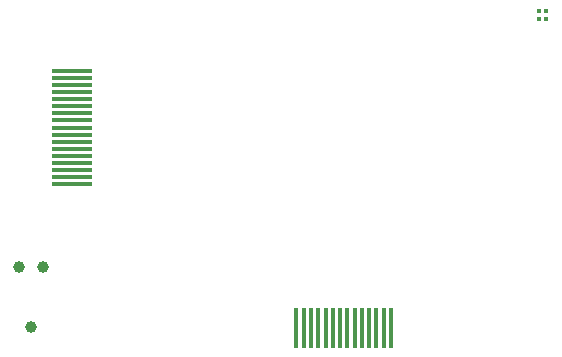
<source format=gbs>
G04 #@! TF.GenerationSoftware,KiCad,Pcbnew,7.0.5*
G04 #@! TF.CreationDate,2023-09-01T13:21:59+02:00*
G04 #@! TF.ProjectId,R1S_NRF,5231535f-4e52-4462-9e6b-696361645f70,v02*
G04 #@! TF.SameCoordinates,Original*
G04 #@! TF.FileFunction,Soldermask,Bot*
G04 #@! TF.FilePolarity,Negative*
%FSLAX46Y46*%
G04 Gerber Fmt 4.6, Leading zero omitted, Abs format (unit mm)*
G04 Created by KiCad (PCBNEW 7.0.5) date 2023-09-01 13:21:59*
%MOMM*%
%LPD*%
G01*
G04 APERTURE LIST*
%ADD10R,3.500000X0.300000*%
%ADD11R,0.400000X0.400000*%
%ADD12C,0.990600*%
%ADD13R,0.320000X3.500000*%
G04 APERTURE END LIST*
D10*
G04 #@! TO.C,J5*
X180086000Y-86470000D03*
X180086000Y-85870000D03*
X180086000Y-85270000D03*
X180086000Y-84670000D03*
X180086000Y-84070000D03*
X180086000Y-83470000D03*
X180086000Y-82870000D03*
X180086000Y-82270000D03*
X180086000Y-81670000D03*
X180086000Y-81070000D03*
X180086000Y-80470000D03*
X180086000Y-79870000D03*
X180086000Y-79270000D03*
X180086000Y-78670000D03*
X180086000Y-78070000D03*
X180086000Y-77470000D03*
X180086000Y-76870000D03*
G04 #@! TD*
D11*
G04 #@! TO.C,D1*
X220264000Y-72436000D03*
X220264000Y-71786000D03*
X219614000Y-71786000D03*
X219614000Y-72436000D03*
G04 #@! TD*
D12*
G04 #@! TO.C,J1*
X177673000Y-93472000D03*
X175641000Y-93472000D03*
X176657000Y-98552000D03*
G04 #@! TD*
D13*
G04 #@! TO.C,J4*
X199115144Y-98624400D03*
X199730528Y-98624400D03*
X200345912Y-98624400D03*
X200961296Y-98624400D03*
X201576680Y-98624400D03*
X202192064Y-98624400D03*
X202807448Y-98624400D03*
X203422832Y-98624400D03*
X204038216Y-98624400D03*
X204653600Y-98624400D03*
X205268984Y-98624400D03*
X205884368Y-98624400D03*
X206499752Y-98624400D03*
X207115144Y-98624400D03*
G04 #@! TD*
M02*

</source>
